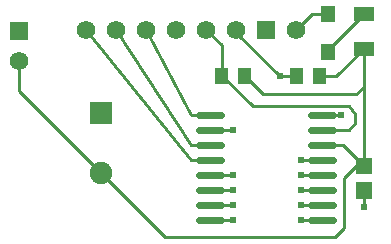
<source format=gtl>
G04 Layer: TopLayer*
G04 EasyEDA v6.4.25, 2021-09-25T13:37:10+12:00*
G04 999b5c9e67184b5eb4e2c979d079c973,63364df06a3448e09d62fec64a914f60,10*
G04 Gerber Generator version 0.2*
G04 Scale: 100 percent, Rotated: No, Reflected: No *
G04 Dimensions in millimeters *
G04 leading zeros omitted , absolute positions ,4 integer and 5 decimal *
%FSLAX45Y45*%
%MOMM*%

%ADD10C,0.2540*%
%ADD11C,0.5740*%
%ADD12C,0.6200*%
%ADD13R,1.7010X1.2075*%
%ADD14R,1.3500X1.4100*%
%ADD15R,1.2192X1.4000*%
%ADD17C,1.9000*%
%ADD18R,1.9000X1.9000*%
%ADD19C,1.5748*%
%ADD20R,1.5748X1.5748*%

%LPD*%
D10*
X1522806Y4386706D02*
G01*
X825500Y5084013D01*
X825500Y5334000D01*
X3746500Y4447539D02*
G01*
X3684402Y4447539D01*
X3581400Y4343400D01*
X3581400Y3924300D01*
X3505200Y3848100D01*
X2061413Y3848100D01*
X1522806Y4386706D01*
X2738120Y5207000D02*
G01*
X2890520Y5054600D01*
X3683000Y5054600D01*
X3746500Y5118100D01*
X3746500Y5440171D01*
X3179978Y5207000D02*
G01*
X3035300Y5207000D01*
X2667000Y5600700D02*
G01*
X2667000Y5575300D01*
X3035300Y5207000D01*
X3746500Y5440121D02*
G01*
X3746500Y4446394D01*
X2544978Y5207000D02*
G01*
X2811779Y4953000D01*
X3619500Y4953000D01*
X3670300Y4889500D01*
X3670300Y4813300D01*
X3619500Y4749800D01*
X3395979Y4749800D01*
X2413000Y5600700D02*
G01*
X2544978Y5468721D01*
X2544978Y5207000D01*
X3553432Y4876800D02*
G01*
X3380762Y4876800D01*
X2445969Y4622800D02*
G01*
X2286000Y4622800D01*
X1651000Y5600700D01*
X3175000Y5600700D02*
G01*
X3309594Y5735294D01*
X3441700Y5735294D01*
X3746500Y5735878D02*
G01*
X3441700Y5431078D01*
X3441700Y5415305D01*
X3373221Y5207000D02*
G01*
X3513378Y5207000D01*
X3746500Y5440121D01*
X3396030Y4622800D02*
G01*
X3570097Y4622800D01*
X3746500Y4446396D01*
X2445969Y4495800D02*
G01*
X2286000Y4495800D01*
X1397000Y5600700D01*
X2445969Y4876800D02*
G01*
X2286000Y4876800D01*
X1905000Y5600700D01*
X3746500Y4240403D02*
G01*
X3746500Y4102100D01*
X3396030Y4495800D02*
G01*
X3213100Y4495800D01*
X3396030Y4368800D02*
G01*
X3213100Y4368800D01*
X3396030Y4241800D02*
G01*
X3213100Y4241800D01*
X3396030Y4114800D02*
G01*
X3213100Y4114800D01*
X3396030Y3987800D02*
G01*
X3213100Y3987800D01*
X2641600Y3987800D02*
G01*
X2445969Y3987800D01*
X2641600Y4114800D02*
G01*
X2445969Y4114800D01*
X2641600Y4241800D02*
G01*
X2445969Y4241800D01*
X2641600Y4368800D02*
G01*
X2445969Y4368800D01*
X2641600Y4749800D02*
G01*
X2445969Y4749800D01*
D11*
X2537294Y4876800D02*
G01*
X2354643Y4876800D01*
X2537294Y4749800D02*
G01*
X2354643Y4749800D01*
X2537294Y4622800D02*
G01*
X2354643Y4622800D01*
X2537294Y4495800D02*
G01*
X2354643Y4495800D01*
X2537294Y4368800D02*
G01*
X2354643Y4368800D01*
X2537294Y4241800D02*
G01*
X2354643Y4241800D01*
X2537294Y4114800D02*
G01*
X2354643Y4114800D01*
X2537294Y3987800D02*
G01*
X2354643Y3987800D01*
X3487356Y4876800D02*
G01*
X3304705Y4876800D01*
X3487356Y4749800D02*
G01*
X3304705Y4749800D01*
X3487356Y4622800D02*
G01*
X3304705Y4622800D01*
X3487356Y4495800D02*
G01*
X3304705Y4495800D01*
X3487356Y4368800D02*
G01*
X3304705Y4368800D01*
X3487356Y4241800D02*
G01*
X3304705Y4241800D01*
X3487356Y4114800D02*
G01*
X3304705Y4114800D01*
X3487356Y3987800D02*
G01*
X3304705Y3987800D01*
G36*
X3661450Y5500499D02*
G01*
X3831549Y5500499D01*
X3831549Y5379747D01*
X3661450Y5379747D01*
G37*
D13*
G01*
X3746500Y5735878D03*
G36*
X3678999Y4310900D02*
G01*
X3814000Y4310900D01*
X3814000Y4169900D01*
X3678999Y4169900D01*
G37*
D14*
G01*
X3746500Y4446396D03*
D15*
G01*
X3441700Y5735294D03*
G01*
X3441700Y5415305D03*
G36*
X3316599Y5138150D02*
G01*
X3316599Y5275849D01*
X3429853Y5275849D01*
X3429853Y5138150D01*
G37*
G36*
X3236600Y5138150D02*
G01*
X3236600Y5275849D01*
X3123346Y5275849D01*
X3123346Y5138150D01*
G37*
G36*
X2681599Y5138150D02*
G01*
X2681599Y5275849D01*
X2794853Y5275849D01*
X2794853Y5138150D01*
G37*
G36*
X2601600Y5138150D02*
G01*
X2601600Y5275849D01*
X2488346Y5275849D01*
X2488346Y5138150D01*
G37*
D17*
G01*
X1522806Y4386706D03*
D18*
G01*
X1522806Y4894706D03*
D19*
G01*
X3175000Y5600700D03*
D20*
G01*
X2921000Y5600700D03*
D19*
G01*
X2667000Y5600700D03*
G01*
X2413000Y5600700D03*
G01*
X2159000Y5600700D03*
G01*
X1905000Y5600700D03*
G01*
X1651000Y5600700D03*
G01*
X1397000Y5600700D03*
D20*
G01*
X825500Y5588000D03*
D19*
G01*
X825500Y5334000D03*
D12*
G01*
X2641600Y4749800D03*
G01*
X3035300Y5207000D03*
G01*
X3556000Y4876800D03*
G01*
X2641600Y4368800D03*
G01*
X2641600Y4241800D03*
G01*
X2641600Y4114800D03*
G01*
X2641600Y3987800D03*
G01*
X3213100Y3987800D03*
G01*
X3213100Y4114800D03*
G01*
X3213100Y4241800D03*
G01*
X3213100Y4368800D03*
G01*
X3213100Y4495800D03*
G01*
X3746500Y4102100D03*
M02*

</source>
